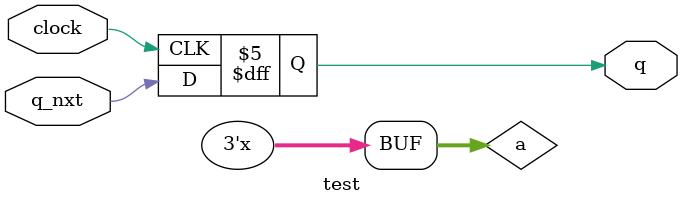
<source format=v>
module test (clock, q_nxt, q);
 input clock, q_nxt;
 output q;
 reg q;
 reg [2:0] a;
 initial
   a = 2;
 always
   #4 a = ~a;
 always @(posedge clock)
   q = #a q_nxt; //warning on "a",
            //delay value is not static constant
endmodule


</source>
